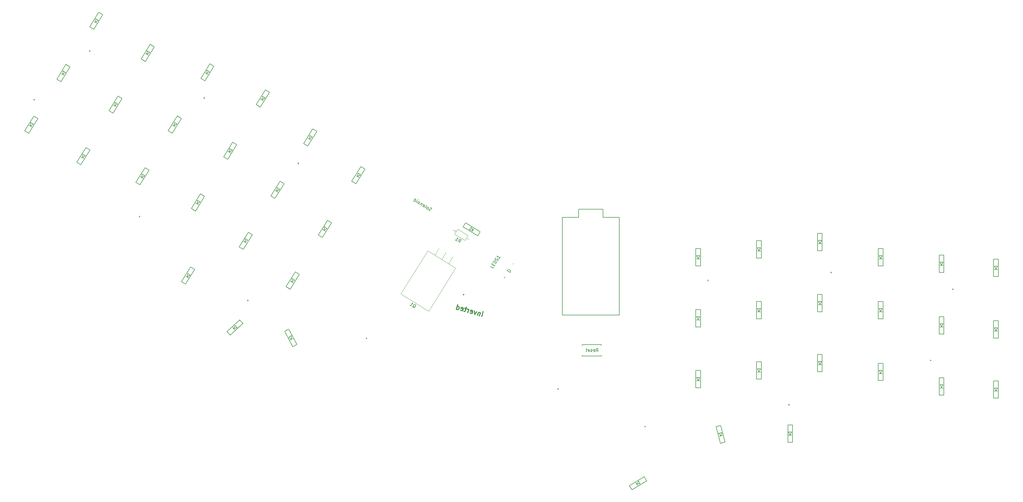
<source format=gbr>
G04 #@! TF.GenerationSoftware,KiCad,Pcbnew,(5.1.5)-3*
G04 #@! TF.CreationDate,2020-10-24T16:29:20+02:00*
G04 #@! TF.ProjectId,aegis,61656769-732e-46b6-9963-61645f706362,rev?*
G04 #@! TF.SameCoordinates,Original*
G04 #@! TF.FileFunction,Legend,Bot*
G04 #@! TF.FilePolarity,Positive*
%FSLAX46Y46*%
G04 Gerber Fmt 4.6, Leading zero omitted, Abs format (unit mm)*
G04 Created by KiCad (PCBNEW (5.1.5)-3) date 2020-10-24 16:29:20*
%MOMM*%
%LPD*%
G04 APERTURE LIST*
%ADD10C,0.150000*%
%ADD11C,0.300000*%
%ADD12C,0.120000*%
%ADD13C,2.102000*%
%ADD14O,1.832000X2.132000*%
%ADD15R,1.832000X2.132000*%
%ADD16C,1.832000*%
%ADD17C,0.100000*%
%ADD18C,1.102000*%
%ADD19C,1.499000*%
%ADD20R,1.499000X1.499000*%
%ADD21R,1.052000X1.402000*%
%ADD22R,1.902000X0.922000*%
%ADD23C,2.007000*%
%ADD24C,3.602000*%
%ADD25C,1.502000*%
%ADD26C,1.502000*%
%ADD27C,1.702000*%
%ADD28R,1.702000X1.702000*%
%ADD29C,2.352000*%
%ADD30C,4.089800*%
%ADD31C,1.852000*%
G04 APERTURE END LIST*
D10*
X127269092Y-85145729D02*
X127122114Y-85112970D01*
X126918027Y-84990342D01*
X126860917Y-84900473D01*
X126844626Y-84835130D01*
X126852859Y-84728969D01*
X126901911Y-84647334D01*
X126991779Y-84590225D01*
X127057122Y-84573933D01*
X127163283Y-84582167D01*
X127351079Y-84639452D01*
X127457239Y-84647686D01*
X127522582Y-84631394D01*
X127612451Y-84574284D01*
X127661502Y-84492649D01*
X127669736Y-84386489D01*
X127653444Y-84321146D01*
X127596335Y-84231277D01*
X127392247Y-84108649D01*
X127245269Y-84075889D01*
X126264947Y-84597932D02*
X126371108Y-84606166D01*
X126436451Y-84589874D01*
X126526319Y-84532764D01*
X126673473Y-84287859D01*
X126681707Y-84181699D01*
X126665415Y-84116356D01*
X126608306Y-84026487D01*
X126485853Y-83952910D01*
X126379693Y-83944676D01*
X126314349Y-83960968D01*
X126224481Y-84018077D01*
X126077327Y-84262982D01*
X126069093Y-84369143D01*
X126085385Y-84434486D01*
X126142494Y-84524355D01*
X126264947Y-84597932D01*
X125489415Y-84131945D02*
X125595575Y-84140179D01*
X125685444Y-84083069D01*
X126126905Y-83348354D01*
X124860860Y-83698717D02*
X124917970Y-83788586D01*
X125081240Y-83886689D01*
X125187400Y-83894922D01*
X125277269Y-83837813D01*
X125473474Y-83511273D01*
X125481708Y-83405113D01*
X125424598Y-83315244D01*
X125261328Y-83217141D01*
X125155168Y-83208908D01*
X125065299Y-83266017D01*
X125016248Y-83347652D01*
X125375372Y-83674543D01*
X124771519Y-82922834D02*
X124428160Y-83494279D01*
X124722467Y-83004469D02*
X124706175Y-82939126D01*
X124649066Y-82849257D01*
X124526614Y-82775680D01*
X124420453Y-82767446D01*
X124330584Y-82824556D01*
X124060802Y-83273548D01*
X123530175Y-82954715D02*
X123636336Y-82962949D01*
X123701679Y-82946657D01*
X123791548Y-82889548D01*
X123938701Y-82644643D01*
X123946935Y-82538482D01*
X123930643Y-82473139D01*
X123873534Y-82383270D01*
X123751081Y-82309693D01*
X123644921Y-82301460D01*
X123579578Y-82317751D01*
X123489709Y-82374861D01*
X123342555Y-82619766D01*
X123334321Y-82725926D01*
X123350613Y-82791269D01*
X123407723Y-82881138D01*
X123530175Y-82954715D01*
X122877095Y-82562305D02*
X123220454Y-81990860D01*
X123392133Y-81705138D02*
X123408425Y-81770481D01*
X123343082Y-81786773D01*
X123326790Y-81721430D01*
X123392133Y-81705138D01*
X123343082Y-81786773D01*
X122101563Y-82096318D02*
X122616601Y-81239151D01*
X122126089Y-82055501D02*
X122183198Y-82145369D01*
X122346468Y-82243472D01*
X122452628Y-82251706D01*
X122517972Y-82235414D01*
X122607840Y-82178305D01*
X122754994Y-81933400D01*
X122763228Y-81827239D01*
X122746936Y-81761896D01*
X122689827Y-81672027D01*
X122526557Y-81573925D01*
X122420396Y-81565691D01*
D11*
X143292837Y-118104438D02*
X143568474Y-117143177D01*
X143706293Y-116662546D02*
X143755266Y-116750896D01*
X143666916Y-116799869D01*
X143617943Y-116711519D01*
X143706293Y-116662546D01*
X143666916Y-116799869D01*
X142881859Y-116946293D02*
X142606221Y-117907554D01*
X142842482Y-117083616D02*
X142793509Y-116995266D01*
X142675874Y-116887228D01*
X142469890Y-116828162D01*
X142312878Y-116857447D01*
X142204840Y-116975082D01*
X141988268Y-117730359D01*
X141714612Y-116611590D02*
X141095667Y-117474410D01*
X141027997Y-116414706D01*
X139673463Y-116992292D02*
X139791098Y-117100331D01*
X140065744Y-117179084D01*
X140222756Y-117149799D01*
X140330794Y-117032165D01*
X140488301Y-116482872D01*
X140459016Y-116325861D01*
X140341381Y-116217823D01*
X140066735Y-116139069D01*
X139909724Y-116168354D01*
X139801685Y-116285989D01*
X139762309Y-116423312D01*
X140409547Y-116757519D01*
X138967159Y-116864070D02*
X139242797Y-115902808D01*
X139164043Y-116177455D02*
X139134758Y-116020443D01*
X139085785Y-115932093D01*
X138968150Y-115824055D01*
X138830827Y-115784678D01*
X138556181Y-115705925D02*
X138006889Y-115548418D01*
X138488015Y-115166229D02*
X138133624Y-116402136D01*
X138025586Y-116519771D01*
X137868575Y-116549056D01*
X137731251Y-116509679D01*
X136721017Y-116145692D02*
X136838651Y-116253730D01*
X137113298Y-116332484D01*
X137270309Y-116303199D01*
X137378347Y-116185564D01*
X137535854Y-115636272D01*
X137506570Y-115479260D01*
X137388935Y-115371222D01*
X137114289Y-115292469D01*
X136957277Y-115321753D01*
X136849239Y-115439388D01*
X136809862Y-115576711D01*
X137457101Y-115910918D01*
X135396759Y-115840274D02*
X135810215Y-114398382D01*
X135416447Y-115771613D02*
X135534082Y-115879651D01*
X135808728Y-115958405D01*
X135965740Y-115929120D01*
X136054089Y-115880147D01*
X136162128Y-115762512D01*
X136280258Y-115350543D01*
X136250973Y-115193531D01*
X136202000Y-115105181D01*
X136084365Y-114997143D01*
X135809719Y-114918389D01*
X135652708Y-114947674D01*
D10*
X180630812Y-130148109D02*
X180630812Y-130398109D01*
X180630812Y-130398109D02*
X174630812Y-130398109D01*
X174630812Y-130398109D02*
X174630812Y-130148109D01*
X174630812Y-127148109D02*
X174630812Y-126898109D01*
X174630812Y-126898109D02*
X180630812Y-126898109D01*
X180630812Y-126898109D02*
X180630812Y-127148109D01*
D12*
X150157636Y-105700084D02*
X150720015Y-106065298D01*
X150531792Y-105646261D02*
X150255116Y-106072306D01*
X152975458Y-101818055D02*
X153230001Y-101426094D01*
D10*
X77025487Y-48174881D02*
X75753415Y-47380002D01*
X74163923Y-52754340D02*
X77025487Y-48174881D01*
X72891851Y-51959461D02*
X74163923Y-52754340D01*
X75753415Y-47380002D02*
X72891851Y-51959461D01*
X74269685Y-50226235D02*
X75117733Y-50756155D01*
X75647653Y-49908107D02*
X74746701Y-50406390D01*
X74799605Y-49378187D02*
X75647653Y-49908107D01*
X74746701Y-50406390D02*
X74799605Y-49378187D01*
X106866682Y-72128035D02*
X105594610Y-71333156D01*
X104005118Y-76707494D02*
X106866682Y-72128035D01*
X102733046Y-75912615D02*
X104005118Y-76707494D01*
X105594610Y-71333156D02*
X102733046Y-75912615D01*
X104110880Y-74179389D02*
X104958928Y-74709309D01*
X105488848Y-73861261D02*
X104587896Y-74359544D01*
X104640800Y-73331341D02*
X105488848Y-73861261D01*
X104587896Y-74359544D02*
X104640800Y-73331341D01*
X91813602Y-60363476D02*
X90541530Y-59568597D01*
X88952038Y-64942935D02*
X91813602Y-60363476D01*
X87679966Y-64148056D02*
X88952038Y-64942935D01*
X90541530Y-59568597D02*
X87679966Y-64148056D01*
X89057800Y-62414830D02*
X89905848Y-62944750D01*
X90435768Y-62096702D02*
X89534816Y-62594985D01*
X89587720Y-61566782D02*
X90435768Y-62096702D01*
X89534816Y-62594985D02*
X89587720Y-61566782D01*
X138265403Y-88833600D02*
X137470524Y-90105672D01*
X142844862Y-91695164D02*
X138265403Y-88833600D01*
X142049983Y-92967236D02*
X142844862Y-91695164D01*
X137470524Y-90105672D02*
X142049983Y-92967236D01*
X140316757Y-91589402D02*
X140846677Y-90741354D01*
X139998629Y-90211434D02*
X140496912Y-91112386D01*
X139468709Y-91059482D02*
X139998629Y-90211434D01*
X140496912Y-91112386D02*
X139468709Y-91059482D01*
X240380805Y-151948111D02*
X238880805Y-151948111D01*
X240380805Y-157348111D02*
X240380805Y-151948111D01*
X238880805Y-157348111D02*
X240380805Y-157348111D01*
X238880805Y-151948111D02*
X238880805Y-157348111D01*
X239130805Y-155148111D02*
X240130805Y-155148111D01*
X240130805Y-154148111D02*
X239630805Y-155048111D01*
X239130805Y-154148111D02*
X240130805Y-154148111D01*
X239630805Y-155048111D02*
X239130805Y-154148111D01*
X217906451Y-152096006D02*
X216457562Y-152484235D01*
X219304074Y-157312005D02*
X217906451Y-152096006D01*
X217855185Y-157700234D02*
X219304074Y-157312005D01*
X216457562Y-152484235D02*
X217855185Y-157700234D01*
X217527265Y-155510492D02*
X218493190Y-155251673D01*
X218234371Y-154285748D02*
X217984346Y-155284490D01*
X217268446Y-154544567D02*
X218234371Y-154285748D01*
X217984346Y-155284490D02*
X217268446Y-154544567D01*
X194831422Y-169400368D02*
X194058865Y-168114617D01*
X190202719Y-172181573D02*
X194831422Y-169400368D01*
X189430162Y-170895822D02*
X190202719Y-172181573D01*
X194058865Y-168114617D02*
X189430162Y-170895822D01*
X191444689Y-169977030D02*
X191959727Y-170834198D01*
X192816895Y-170319160D02*
X191787925Y-170354110D01*
X192301857Y-169461992D02*
X192816895Y-170319160D01*
X191787925Y-170354110D02*
X192301857Y-169461992D01*
X83078799Y-122060155D02*
X81754378Y-122764362D01*
X85613946Y-126828072D02*
X83078799Y-122060155D01*
X84289525Y-127532279D02*
X85613946Y-126828072D01*
X81754378Y-122764362D02*
X84289525Y-127532279D01*
X83477424Y-125472427D02*
X84360372Y-125002955D01*
X83890900Y-124120007D02*
X83871951Y-125149396D01*
X83007952Y-124589479D02*
X83890900Y-124120007D01*
X83871951Y-125149396D02*
X83007952Y-124589479D01*
X68733065Y-120271969D02*
X67710067Y-119174938D01*
X64783755Y-123954760D02*
X68733065Y-120271969D01*
X63760757Y-122857729D02*
X64783755Y-123954760D01*
X67710067Y-119174938D02*
X63760757Y-122857729D01*
X65540235Y-121540171D02*
X66222233Y-122271525D01*
X66953587Y-121589527D02*
X65954370Y-121837648D01*
X66271589Y-120858173D02*
X66953587Y-121589527D01*
X65954370Y-121837648D02*
X66271589Y-120858173D01*
X53684229Y-103455962D02*
X52412157Y-102661083D01*
X50822665Y-108035421D02*
X53684229Y-103455962D01*
X49550593Y-107240542D02*
X50822665Y-108035421D01*
X52412157Y-102661083D02*
X49550593Y-107240542D01*
X50928427Y-105507316D02*
X51776475Y-106037236D01*
X52306395Y-105189188D02*
X51405443Y-105687471D01*
X51458347Y-104659268D02*
X52306395Y-105189188D01*
X51405443Y-105687471D02*
X51458347Y-104659268D01*
X304630807Y-138198111D02*
X303130807Y-138198111D01*
X304630807Y-143598111D02*
X304630807Y-138198111D01*
X303130807Y-143598111D02*
X304630807Y-143598111D01*
X303130807Y-138198111D02*
X303130807Y-143598111D01*
X303380807Y-141398111D02*
X304380807Y-141398111D01*
X304380807Y-140398111D02*
X303880807Y-141298111D01*
X303380807Y-140398111D02*
X304380807Y-140398111D01*
X303880807Y-141298111D02*
X303380807Y-140398111D01*
X304630797Y-119448106D02*
X303130797Y-119448106D01*
X304630797Y-124848106D02*
X304630797Y-119448106D01*
X303130797Y-124848106D02*
X304630797Y-124848106D01*
X303130797Y-119448106D02*
X303130797Y-124848106D01*
X303380797Y-122648106D02*
X304380797Y-122648106D01*
X304380797Y-121648106D02*
X303880797Y-122548106D01*
X303380797Y-121648106D02*
X304380797Y-121648106D01*
X303880797Y-122548106D02*
X303380797Y-121648106D01*
X304630787Y-100198093D02*
X303130787Y-100198093D01*
X304630787Y-105598093D02*
X304630787Y-100198093D01*
X303130787Y-105598093D02*
X304630787Y-105598093D01*
X303130787Y-100198093D02*
X303130787Y-105598093D01*
X303380787Y-103398093D02*
X304380787Y-103398093D01*
X304380787Y-102398093D02*
X303880787Y-103298093D01*
X303380787Y-102398093D02*
X304380787Y-102398093D01*
X303880787Y-103298093D02*
X303380787Y-102398093D01*
X287630798Y-137198125D02*
X286130798Y-137198125D01*
X287630798Y-142598125D02*
X287630798Y-137198125D01*
X286130798Y-142598125D02*
X287630798Y-142598125D01*
X286130798Y-137198125D02*
X286130798Y-142598125D01*
X286380798Y-140398125D02*
X287380798Y-140398125D01*
X287380798Y-139398125D02*
X286880798Y-140298125D01*
X286380798Y-139398125D02*
X287380798Y-139398125D01*
X286880798Y-140298125D02*
X286380798Y-139398125D01*
X287630795Y-118198108D02*
X286130795Y-118198108D01*
X287630795Y-123598108D02*
X287630795Y-118198108D01*
X286130795Y-123598108D02*
X287630795Y-123598108D01*
X286130795Y-118198108D02*
X286130795Y-123598108D01*
X286380795Y-121398108D02*
X287380795Y-121398108D01*
X287380795Y-120398108D02*
X286880795Y-121298108D01*
X286380795Y-120398108D02*
X287380795Y-120398108D01*
X286880795Y-121298108D02*
X286380795Y-120398108D01*
X287630808Y-98948119D02*
X286130808Y-98948119D01*
X287630808Y-104348119D02*
X287630808Y-98948119D01*
X286130808Y-104348119D02*
X287630808Y-104348119D01*
X286130808Y-98948119D02*
X286130808Y-104348119D01*
X286380808Y-102148119D02*
X287380808Y-102148119D01*
X287380808Y-101148119D02*
X286880808Y-102048119D01*
X286380808Y-101148119D02*
X287380808Y-101148119D01*
X286880808Y-102048119D02*
X286380808Y-101148119D01*
X268630794Y-132698117D02*
X267130794Y-132698117D01*
X268630794Y-138098117D02*
X268630794Y-132698117D01*
X267130794Y-138098117D02*
X268630794Y-138098117D01*
X267130794Y-132698117D02*
X267130794Y-138098117D01*
X267380794Y-135898117D02*
X268380794Y-135898117D01*
X268380794Y-134898117D02*
X267880794Y-135798117D01*
X267380794Y-134898117D02*
X268380794Y-134898117D01*
X267880794Y-135798117D02*
X267380794Y-134898117D01*
X268630795Y-113448109D02*
X267130795Y-113448109D01*
X268630795Y-118848109D02*
X268630795Y-113448109D01*
X267130795Y-118848109D02*
X268630795Y-118848109D01*
X267130795Y-113448109D02*
X267130795Y-118848109D01*
X267380795Y-116648109D02*
X268380795Y-116648109D01*
X268380795Y-115648109D02*
X267880795Y-116548109D01*
X267380795Y-115648109D02*
X268380795Y-115648109D01*
X267880795Y-116548109D02*
X267380795Y-115648109D01*
X268630817Y-96948100D02*
X267130817Y-96948100D01*
X268630817Y-102348100D02*
X268630817Y-96948100D01*
X267130817Y-102348100D02*
X268630817Y-102348100D01*
X267130817Y-96948100D02*
X267130817Y-102348100D01*
X267380817Y-100148100D02*
X268380817Y-100148100D01*
X268380817Y-99148100D02*
X267880817Y-100048100D01*
X267380817Y-99148100D02*
X268380817Y-99148100D01*
X267880817Y-100048100D02*
X267380817Y-99148100D01*
X249630789Y-129948113D02*
X248130789Y-129948113D01*
X249630789Y-135348113D02*
X249630789Y-129948113D01*
X248130789Y-135348113D02*
X249630789Y-135348113D01*
X248130789Y-129948113D02*
X248130789Y-135348113D01*
X248380789Y-133148113D02*
X249380789Y-133148113D01*
X249380789Y-132148113D02*
X248880789Y-133048113D01*
X248380789Y-132148113D02*
X249380789Y-132148113D01*
X248880789Y-133048113D02*
X248380789Y-132148113D01*
X249630785Y-111198105D02*
X248130785Y-111198105D01*
X249630785Y-116598105D02*
X249630785Y-111198105D01*
X248130785Y-116598105D02*
X249630785Y-116598105D01*
X248130785Y-111198105D02*
X248130785Y-116598105D01*
X248380785Y-114398105D02*
X249380785Y-114398105D01*
X249380785Y-113398105D02*
X248880785Y-114298105D01*
X248380785Y-113398105D02*
X249380785Y-113398105D01*
X248880785Y-114298105D02*
X248380785Y-113398105D01*
X249630801Y-92198100D02*
X248130801Y-92198100D01*
X249630801Y-97598100D02*
X249630801Y-92198100D01*
X248130801Y-97598100D02*
X249630801Y-97598100D01*
X248130801Y-92198100D02*
X248130801Y-97598100D01*
X248380801Y-95398100D02*
X249380801Y-95398100D01*
X249380801Y-94398100D02*
X248880801Y-95298100D01*
X248380801Y-94398100D02*
X249380801Y-94398100D01*
X248880801Y-95298100D02*
X248380801Y-94398100D01*
X230630805Y-132198097D02*
X229130805Y-132198097D01*
X230630805Y-137598097D02*
X230630805Y-132198097D01*
X229130805Y-137598097D02*
X230630805Y-137598097D01*
X229130805Y-132198097D02*
X229130805Y-137598097D01*
X229380805Y-135398097D02*
X230380805Y-135398097D01*
X230380805Y-134398097D02*
X229880805Y-135298097D01*
X229380805Y-134398097D02*
X230380805Y-134398097D01*
X229880805Y-135298097D02*
X229380805Y-134398097D01*
X230630800Y-113448110D02*
X229130800Y-113448110D01*
X230630800Y-118848110D02*
X230630800Y-113448110D01*
X229130800Y-118848110D02*
X230630800Y-118848110D01*
X229130800Y-113448110D02*
X229130800Y-118848110D01*
X229380800Y-116648110D02*
X230380800Y-116648110D01*
X230380800Y-115648110D02*
X229880800Y-116548110D01*
X229380800Y-115648110D02*
X230380800Y-115648110D01*
X229880800Y-116548110D02*
X229380800Y-115648110D01*
X230630802Y-94448108D02*
X229130802Y-94448108D01*
X230630802Y-99848108D02*
X230630802Y-94448108D01*
X229130802Y-99848108D02*
X230630802Y-99848108D01*
X229130802Y-94448108D02*
X229130802Y-99848108D01*
X229380802Y-97648108D02*
X230380802Y-97648108D01*
X230380802Y-96648108D02*
X229880802Y-97548108D01*
X229380802Y-96648108D02*
X230380802Y-96648108D01*
X229880802Y-97548108D02*
X229380802Y-96648108D01*
X211630815Y-134948108D02*
X210130815Y-134948108D01*
X211630815Y-140348108D02*
X211630815Y-134948108D01*
X210130815Y-140348108D02*
X211630815Y-140348108D01*
X210130815Y-134948108D02*
X210130815Y-140348108D01*
X210380815Y-138148108D02*
X211380815Y-138148108D01*
X211380815Y-137148108D02*
X210880815Y-138048108D01*
X210380815Y-137148108D02*
X211380815Y-137148108D01*
X210880815Y-138048108D02*
X210380815Y-137148108D01*
X211630800Y-115948105D02*
X210130800Y-115948105D01*
X211630800Y-121348105D02*
X211630800Y-115948105D01*
X210130800Y-121348105D02*
X211630800Y-121348105D01*
X210130800Y-115948105D02*
X210130800Y-121348105D01*
X210380800Y-119148105D02*
X211380800Y-119148105D01*
X211380800Y-118148105D02*
X210880800Y-119048105D01*
X210380800Y-118148105D02*
X211380800Y-118148105D01*
X210880800Y-119048105D02*
X210380800Y-118148105D01*
X211630791Y-96948111D02*
X210130791Y-96948111D01*
X211630791Y-102348111D02*
X211630791Y-96948111D01*
X210130791Y-102348111D02*
X211630791Y-102348111D01*
X210130791Y-96948111D02*
X210130791Y-102348111D01*
X210380791Y-100148111D02*
X211380791Y-100148111D01*
X211380791Y-99148111D02*
X210880791Y-100048111D01*
X210380791Y-99148111D02*
X211380791Y-99148111D01*
X210880791Y-100048111D02*
X210380791Y-99148111D01*
X86332327Y-104989912D02*
X85060255Y-104195033D01*
X83470763Y-109569371D02*
X86332327Y-104989912D01*
X82198691Y-108774492D02*
X83470763Y-109569371D01*
X85060255Y-104195033D02*
X82198691Y-108774492D01*
X83576525Y-107041266D02*
X84424573Y-107571186D01*
X84954493Y-106723138D02*
X84053541Y-107221421D01*
X84106445Y-106193218D02*
X84954493Y-106723138D01*
X84053541Y-107221421D02*
X84106445Y-106193218D01*
X96400759Y-88876989D02*
X95128687Y-88082110D01*
X93539195Y-93456448D02*
X96400759Y-88876989D01*
X92267123Y-92661569D02*
X93539195Y-93456448D01*
X95128687Y-88082110D02*
X92267123Y-92661569D01*
X93644957Y-90928343D02*
X94493005Y-91458263D01*
X95022925Y-90610215D02*
X94121973Y-91108498D01*
X94174877Y-90080295D02*
X95022925Y-90610215D01*
X94121973Y-91108498D02*
X94174877Y-90080295D01*
X71676668Y-92589289D02*
X70404596Y-91794410D01*
X68815104Y-97168748D02*
X71676668Y-92589289D01*
X67543032Y-96373869D02*
X68815104Y-97168748D01*
X70404596Y-91794410D02*
X67543032Y-96373869D01*
X68920866Y-94640643D02*
X69768914Y-95170563D01*
X70298834Y-94322515D02*
X69397882Y-94820798D01*
X69450786Y-93792595D02*
X70298834Y-94322515D01*
X69397882Y-94820798D02*
X69450786Y-93792595D01*
X81612662Y-76688396D02*
X80340590Y-75893517D01*
X78751098Y-81267855D02*
X81612662Y-76688396D01*
X77479026Y-80472976D02*
X78751098Y-81267855D01*
X80340590Y-75893517D02*
X77479026Y-80472976D01*
X78856860Y-78739750D02*
X79704908Y-79269670D01*
X80234828Y-78421622D02*
X79333876Y-78919905D01*
X79386780Y-77891702D02*
X80234828Y-78421622D01*
X79333876Y-78919905D02*
X79386780Y-77891702D01*
X56756077Y-80612714D02*
X55484005Y-79817835D01*
X53894513Y-85192173D02*
X56756077Y-80612714D01*
X52622441Y-84397294D02*
X53894513Y-85192173D01*
X55484005Y-79817835D02*
X52622441Y-84397294D01*
X54000275Y-82664068D02*
X54848323Y-83193988D01*
X55378243Y-82345940D02*
X54477291Y-82844223D01*
X54530195Y-81816020D02*
X55378243Y-82345940D01*
X54477291Y-82844223D02*
X54530195Y-81816020D01*
X66824534Y-64499812D02*
X65552462Y-63704933D01*
X63962970Y-69079271D02*
X66824534Y-64499812D01*
X62690898Y-68284392D02*
X63962970Y-69079271D01*
X65552462Y-63704933D02*
X62690898Y-68284392D01*
X64068732Y-66551166D02*
X64916780Y-67081086D01*
X65446700Y-66233038D02*
X64545748Y-66731321D01*
X64598652Y-65703118D02*
X65446700Y-66233038D01*
X64545748Y-66731321D02*
X64598652Y-65703118D01*
X39450841Y-72452380D02*
X38178769Y-71657501D01*
X36589277Y-77031839D02*
X39450841Y-72452380D01*
X35317205Y-76236960D02*
X36589277Y-77031839D01*
X38178769Y-71657501D02*
X35317205Y-76236960D01*
X36695039Y-74503734D02*
X37543087Y-75033654D01*
X38073007Y-74185606D02*
X37172055Y-74683889D01*
X37224959Y-73655686D02*
X38073007Y-74185606D01*
X37172055Y-74683889D02*
X37224959Y-73655686D01*
X49519303Y-56339446D02*
X48247231Y-55544567D01*
X46657739Y-60918905D02*
X49519303Y-56339446D01*
X45385667Y-60124026D02*
X46657739Y-60918905D01*
X48247231Y-55544567D02*
X45385667Y-60124026D01*
X46763501Y-58390800D02*
X47611549Y-58920720D01*
X48141469Y-58072672D02*
X47240517Y-58570955D01*
X47293421Y-57542752D02*
X48141469Y-58072672D01*
X47240517Y-58570955D02*
X47293421Y-57542752D01*
X59720258Y-40014537D02*
X58448186Y-39219658D01*
X56858694Y-44593996D02*
X59720258Y-40014537D01*
X55586622Y-43799117D02*
X56858694Y-44593996D01*
X58448186Y-39219658D02*
X55586622Y-43799117D01*
X56964456Y-42065891D02*
X57812504Y-42595811D01*
X58342424Y-41747763D02*
X57441472Y-42246046D01*
X57494376Y-41217843D02*
X58342424Y-41747763D01*
X57441472Y-42246046D02*
X57494376Y-41217843D01*
X20953291Y-66200128D02*
X19681219Y-65405249D01*
X18091727Y-70779587D02*
X20953291Y-66200128D01*
X16819655Y-69984708D02*
X18091727Y-70779587D01*
X19681219Y-65405249D02*
X16819655Y-69984708D01*
X18197489Y-68251482D02*
X19045537Y-68781402D01*
X19575457Y-67933354D02*
X18674505Y-68431637D01*
X18727409Y-67403434D02*
X19575457Y-67933354D01*
X18674505Y-68431637D02*
X18727409Y-67403434D01*
X31021770Y-50087209D02*
X29749698Y-49292330D01*
X28160206Y-54666668D02*
X31021770Y-50087209D01*
X26888134Y-53871789D02*
X28160206Y-54666668D01*
X29749698Y-49292330D02*
X26888134Y-53871789D01*
X28265968Y-52138563D02*
X29114016Y-52668483D01*
X29643936Y-51820435D02*
X28742984Y-52318718D01*
X28795888Y-51290515D02*
X29643936Y-51820435D01*
X28742984Y-52318718D02*
X28795888Y-51290515D01*
X41090223Y-33974297D02*
X39818151Y-33179418D01*
X38228659Y-38553756D02*
X41090223Y-33974297D01*
X36956587Y-37758877D02*
X38228659Y-38553756D01*
X39818151Y-33179418D02*
X36956587Y-37758877D01*
X38334421Y-36025651D02*
X39182469Y-36555571D01*
X39712389Y-35707523D02*
X38811437Y-36205806D01*
X38864341Y-35177603D02*
X39712389Y-35707523D01*
X38811437Y-36205806D02*
X38864341Y-35177603D01*
X4694643Y-56364843D02*
X3422571Y-55569964D01*
X1833079Y-60944302D02*
X4694643Y-56364843D01*
X561007Y-60149423D02*
X1833079Y-60944302D01*
X3422571Y-55569964D02*
X561007Y-60149423D01*
X1938841Y-58416197D02*
X2786889Y-58946117D01*
X3316809Y-58098069D02*
X2415857Y-58596352D01*
X2468761Y-57568149D02*
X3316809Y-58098069D01*
X2415857Y-58596352D02*
X2468761Y-57568149D01*
X14763122Y-40251958D02*
X13491050Y-39457079D01*
X11901558Y-44831417D02*
X14763122Y-40251958D01*
X10629486Y-44036538D02*
X11901558Y-44831417D01*
X13491050Y-39457079D02*
X10629486Y-44036538D01*
X12007320Y-42303312D02*
X12855368Y-42833232D01*
X13385288Y-41985184D02*
X12484336Y-42483467D01*
X12537240Y-41455264D02*
X13385288Y-41985184D01*
X12484336Y-42483467D02*
X12537240Y-41455264D01*
X25006458Y-23953522D02*
X23734386Y-23158643D01*
X22144894Y-28532981D02*
X25006458Y-23953522D01*
X20872822Y-27738102D02*
X22144894Y-28532981D01*
X23734386Y-23158643D02*
X20872822Y-27738102D01*
X22250656Y-26004876D02*
X23098704Y-26534796D01*
X23628624Y-25686748D02*
X22727672Y-26185031D01*
X22780576Y-25156828D02*
X23628624Y-25686748D01*
X22727672Y-26185031D02*
X22780576Y-25156828D01*
X137870758Y-111233334D02*
X137582379Y-111150643D01*
X137499688Y-111439021D02*
X137870758Y-111233334D01*
X137582379Y-111150643D02*
X137499688Y-111439021D01*
X213742523Y-106740480D02*
X214042523Y-106740480D01*
X214042523Y-107040480D02*
X213742523Y-106740480D01*
X252242506Y-104240479D02*
X252542506Y-104240479D01*
X252542506Y-104540479D02*
X252242506Y-104240479D01*
X290242515Y-109490478D02*
X290542515Y-109490478D01*
X290542515Y-109790478D02*
X290242515Y-109490478D01*
X283634527Y-131916815D02*
X283334527Y-131916815D01*
X283334527Y-131616815D02*
X283634527Y-131916815D01*
X239399494Y-145728117D02*
X239099494Y-145728117D01*
X239099494Y-145428117D02*
X239399494Y-145728117D01*
X194497657Y-152552252D02*
X194197657Y-152552252D01*
X194197657Y-152252252D02*
X194497657Y-152552252D01*
X167275125Y-140872306D02*
X166986746Y-140789615D01*
X167069437Y-140501236D02*
X167275125Y-140872306D01*
X107229677Y-124616827D02*
X107435365Y-124987897D01*
X107435365Y-124987897D02*
X107146986Y-124905206D01*
X70337768Y-113219172D02*
X70083354Y-113060197D01*
X70242330Y-112805782D02*
X70337768Y-113219172D01*
X36533877Y-87066820D02*
X36279463Y-86907845D01*
X36438439Y-86653430D02*
X36533877Y-87066820D01*
X3631503Y-50606063D02*
X3377089Y-50447088D01*
X3536065Y-50192673D02*
X3631503Y-50606063D01*
X20849736Y-35128473D02*
X21104150Y-35287448D01*
X20945174Y-35541863D02*
X20849736Y-35128473D01*
X56520027Y-49753086D02*
X56774441Y-49912061D01*
X56615465Y-50166476D02*
X56520027Y-49753086D01*
X85910383Y-70181809D02*
X86164797Y-70340784D01*
X86005821Y-70595199D02*
X85910383Y-70181809D01*
D12*
X132957593Y-101630392D02*
X134303588Y-99476350D01*
X130803551Y-100284397D02*
X132149546Y-98130355D01*
X128649509Y-98938402D02*
X129995504Y-96784360D01*
X126725140Y-116473068D02*
X135145557Y-102997584D01*
X118041128Y-111046695D02*
X126461545Y-97571211D01*
X118041128Y-111046695D02*
X126725140Y-116473068D01*
X126461545Y-97571211D02*
X135145557Y-102997584D01*
X139392744Y-94083005D02*
X138578435Y-93593719D01*
X134472603Y-91126687D02*
X135286912Y-91615973D01*
X138104600Y-94382313D02*
X134813077Y-92404567D01*
X139052270Y-92805125D02*
X138104600Y-94382313D01*
X135760747Y-90827379D02*
X139052270Y-92805125D01*
X134813077Y-92404567D02*
X135760747Y-90827379D01*
D10*
X186270806Y-87158102D02*
X186270806Y-117638102D01*
X181190806Y-87158102D02*
X186270806Y-87158102D01*
X181190806Y-84618102D02*
X181190806Y-87158102D01*
X173570806Y-84618102D02*
X181190806Y-84618102D01*
X173570806Y-87158102D02*
X173570806Y-84618102D01*
X168490806Y-87158102D02*
X173570806Y-87158102D01*
X168490806Y-117638102D02*
X168490806Y-87158102D01*
X186270806Y-117638102D02*
X168490806Y-117638102D01*
X178995907Y-129100489D02*
X179329240Y-128624299D01*
X179567335Y-129100489D02*
X179567335Y-128100489D01*
X179186383Y-128100489D01*
X179091145Y-128148109D01*
X179043526Y-128195728D01*
X178995907Y-128290966D01*
X178995907Y-128433823D01*
X179043526Y-128529061D01*
X179091145Y-128576680D01*
X179186383Y-128624299D01*
X179567335Y-128624299D01*
X178186383Y-129052870D02*
X178281621Y-129100489D01*
X178472097Y-129100489D01*
X178567335Y-129052870D01*
X178614954Y-128957632D01*
X178614954Y-128576680D01*
X178567335Y-128481442D01*
X178472097Y-128433823D01*
X178281621Y-128433823D01*
X178186383Y-128481442D01*
X178138764Y-128576680D01*
X178138764Y-128671918D01*
X178614954Y-128767156D01*
X177757812Y-129052870D02*
X177662573Y-129100489D01*
X177472097Y-129100489D01*
X177376859Y-129052870D01*
X177329240Y-128957632D01*
X177329240Y-128910013D01*
X177376859Y-128814775D01*
X177472097Y-128767156D01*
X177614954Y-128767156D01*
X177710192Y-128719537D01*
X177757812Y-128624299D01*
X177757812Y-128576680D01*
X177710192Y-128481442D01*
X177614954Y-128433823D01*
X177472097Y-128433823D01*
X177376859Y-128481442D01*
X176519716Y-129052870D02*
X176614954Y-129100489D01*
X176805431Y-129100489D01*
X176900669Y-129052870D01*
X176948288Y-128957632D01*
X176948288Y-128576680D01*
X176900669Y-128481442D01*
X176805431Y-128433823D01*
X176614954Y-128433823D01*
X176519716Y-128481442D01*
X176472097Y-128576680D01*
X176472097Y-128671918D01*
X176948288Y-128767156D01*
X176186383Y-128433823D02*
X175805431Y-128433823D01*
X176043526Y-128100489D02*
X176043526Y-128957632D01*
X175995907Y-129052870D01*
X175900669Y-129100489D01*
X175805431Y-129100489D01*
X147038458Y-102638062D02*
X146779106Y-103037429D01*
X145940436Y-102492790D01*
X146780701Y-102073218D02*
X146962247Y-101793661D01*
X147479356Y-101959138D02*
X147220004Y-102358505D01*
X146381334Y-101813866D01*
X146640686Y-101414499D01*
X147712773Y-101599708D02*
X146874103Y-101055069D01*
X147003779Y-100855386D01*
X147121521Y-100761511D01*
X147253265Y-100733508D01*
X147359073Y-100745441D01*
X147544755Y-100809245D01*
X147664565Y-100887051D01*
X147798377Y-101030728D01*
X147852315Y-101122536D01*
X147880318Y-101254279D01*
X147842449Y-101400025D01*
X147712773Y-101599708D01*
X148191540Y-100775039D02*
X148309283Y-100681164D01*
X148438959Y-100481481D01*
X148450892Y-100375672D01*
X148436891Y-100309800D01*
X148382953Y-100217993D01*
X148303079Y-100166123D01*
X148197271Y-100154189D01*
X148131399Y-100168190D01*
X148039592Y-100222129D01*
X147895914Y-100355940D01*
X147804107Y-100409878D01*
X147738235Y-100423880D01*
X147632427Y-100411946D01*
X147552553Y-100360076D01*
X147498615Y-100268269D01*
X147484614Y-100202397D01*
X147496547Y-100096588D01*
X147626223Y-99896905D01*
X147743965Y-99803030D01*
X149061403Y-99523000D02*
X148750181Y-100002240D01*
X148905792Y-99762620D02*
X148067121Y-99217981D01*
X148135061Y-99375660D01*
X148163064Y-99507404D01*
X148151130Y-99613212D01*
X152154628Y-104323030D02*
X151315957Y-103778391D01*
X151445633Y-103578707D01*
X151563375Y-103484832D01*
X151695119Y-103456829D01*
X151800928Y-103468763D01*
X151986610Y-103532567D01*
X152106420Y-103610373D01*
X152240231Y-103754050D01*
X152294169Y-103845857D01*
X152322172Y-103977601D01*
X152284303Y-104123346D01*
X152154628Y-104323030D01*
X121643787Y-115122805D02*
X121749788Y-115132891D01*
X121881023Y-115102593D01*
X122077875Y-115057146D01*
X122183876Y-115067231D01*
X122264643Y-115117699D01*
X122098088Y-115294381D02*
X122204089Y-115304467D01*
X122335324Y-115274169D01*
X122476644Y-115137870D01*
X122653284Y-114855187D01*
X122713838Y-114668420D01*
X122683540Y-114537185D01*
X122628007Y-114446333D01*
X122466474Y-114345396D01*
X122360474Y-114335311D01*
X122229239Y-114365609D01*
X122087918Y-114501908D01*
X121911279Y-114784590D01*
X121850725Y-114971358D01*
X121881023Y-115102593D01*
X121936555Y-115193444D01*
X122098088Y-115294381D01*
X120926974Y-114562588D02*
X121411573Y-114865399D01*
X121169273Y-114713994D02*
X121699193Y-113865945D01*
X121704256Y-114037564D01*
X121734554Y-114168799D01*
X121790087Y-114259650D01*
X135853667Y-94724212D02*
X136384646Y-94487717D01*
X136343477Y-95018520D02*
X136858515Y-94161353D01*
X136531975Y-93965148D01*
X136425815Y-93956914D01*
X136360472Y-93973206D01*
X136270603Y-94030315D01*
X136197026Y-94152767D01*
X136188792Y-94258928D01*
X136205084Y-94324271D01*
X136262193Y-94414140D01*
X136588733Y-94610345D01*
X135037317Y-94233700D02*
X135527127Y-94528007D01*
X135282222Y-94380854D02*
X135797261Y-93523686D01*
X135805319Y-93695190D01*
X135837902Y-93825876D01*
X135895012Y-93915745D01*
%LPC*%
D13*
X180880812Y-128648109D03*
X174380812Y-128648109D03*
D14*
X181304623Y-120784859D03*
X178764623Y-120784859D03*
X176224623Y-120784859D03*
D15*
X173684623Y-120784859D03*
D16*
X151910338Y-100823498D02*
X151658736Y-100660106D01*
X150526955Y-102953721D02*
X150275353Y-102790329D01*
D17*
G36*
X150410683Y-104814611D02*
G01*
X149412904Y-106351055D01*
X147624859Y-105189885D01*
X148622638Y-103653441D01*
X150410683Y-104814611D01*
G37*
D18*
X120236459Y-80445568D02*
X120236459Y-80445568D01*
D17*
G36*
X121138191Y-80359305D02*
G01*
X122072740Y-80943276D01*
X121488769Y-81877825D01*
X120554220Y-81293854D01*
X121138191Y-80359305D01*
G37*
D19*
X76977661Y-46836108D03*
D17*
G36*
X73178115Y-54331021D02*
G01*
X71906890Y-53536672D01*
X72701239Y-52265447D01*
X73972464Y-53059796D01*
X73178115Y-54331021D01*
G37*
G36*
X74092662Y-52445675D02*
G01*
X73200515Y-51888200D01*
X73943462Y-50699237D01*
X74835609Y-51256712D01*
X74092662Y-52445675D01*
G37*
G36*
X75973876Y-49435105D02*
G01*
X75081729Y-48877630D01*
X75824676Y-47688667D01*
X76716823Y-48246142D01*
X75973876Y-49435105D01*
G37*
D19*
X106818856Y-70789262D03*
D17*
G36*
X103019310Y-78284175D02*
G01*
X101748085Y-77489826D01*
X102542434Y-76218601D01*
X103813659Y-77012950D01*
X103019310Y-78284175D01*
G37*
G36*
X103933857Y-76398829D02*
G01*
X103041710Y-75841354D01*
X103784657Y-74652391D01*
X104676804Y-75209866D01*
X103933857Y-76398829D01*
G37*
G36*
X105815071Y-73388259D02*
G01*
X104922924Y-72830784D01*
X105665871Y-71641821D01*
X106558018Y-72199296D01*
X105815071Y-73388259D01*
G37*
D19*
X91765776Y-59024703D03*
D17*
G36*
X87966230Y-66519616D02*
G01*
X86695005Y-65725267D01*
X87489354Y-64454042D01*
X88760579Y-65248391D01*
X87966230Y-66519616D01*
G37*
G36*
X88880777Y-64634270D02*
G01*
X87988630Y-64076795D01*
X88731577Y-62887832D01*
X89623724Y-63445307D01*
X88880777Y-64634270D01*
G37*
G36*
X90761991Y-61623700D02*
G01*
X89869844Y-61066225D01*
X90612791Y-59877262D01*
X91504938Y-60434737D01*
X90761991Y-61623700D01*
G37*
D19*
X136926630Y-88881426D03*
D17*
G36*
X144421543Y-92680972D02*
G01*
X143627194Y-93952197D01*
X142355969Y-93157848D01*
X143150318Y-91886623D01*
X144421543Y-92680972D01*
G37*
G36*
X142536197Y-91766425D02*
G01*
X141978722Y-92658572D01*
X140789759Y-91915625D01*
X141347234Y-91023478D01*
X142536197Y-91766425D01*
G37*
G36*
X139525627Y-89885211D02*
G01*
X138968152Y-90777358D01*
X137779189Y-90034411D01*
X138336664Y-89142264D01*
X139525627Y-89885211D01*
G37*
D19*
X239630805Y-150838111D03*
D20*
X239630805Y-158458111D03*
D21*
X239630805Y-156423111D03*
X239630805Y-152873111D03*
D19*
X216894717Y-151217943D03*
D17*
G36*
X219784865Y-159108274D02*
G01*
X218336942Y-159496243D01*
X217948973Y-158048320D01*
X219396896Y-157660351D01*
X219784865Y-159108274D01*
G37*
G36*
X219029731Y-157153613D02*
G01*
X218013577Y-157425891D01*
X217650713Y-156071663D01*
X218666867Y-155799385D01*
X219029731Y-157153613D01*
G37*
G36*
X218110923Y-153724577D02*
G01*
X217094769Y-153996855D01*
X216731905Y-152642627D01*
X217748059Y-152370349D01*
X218110923Y-153724577D01*
G37*
D19*
X195396599Y-168185800D03*
D17*
G36*
X188608559Y-173138858D02*
G01*
X187836517Y-171853964D01*
X189121411Y-171081922D01*
X189893453Y-172366816D01*
X188608559Y-173138858D01*
G37*
G36*
X190279356Y-171874200D02*
G01*
X189737536Y-170972460D01*
X190939284Y-170250376D01*
X191481104Y-171152116D01*
X190279356Y-171874200D01*
G37*
G36*
X193322300Y-170045814D02*
G01*
X192780480Y-169144074D01*
X193982228Y-168421990D01*
X194524048Y-169323730D01*
X193322300Y-170045814D01*
G37*
D19*
X81895475Y-121432187D03*
D17*
G36*
X86486487Y-128470147D02*
G01*
X85162949Y-129173885D01*
X84459211Y-127850347D01*
X85782749Y-127146609D01*
X86486487Y-128470147D01*
G37*
G36*
X85311004Y-126735453D02*
G01*
X84382143Y-127229337D01*
X83723944Y-125991445D01*
X84652805Y-125497561D01*
X85311004Y-126735453D01*
G37*
G36*
X83644380Y-123600989D02*
G01*
X82715519Y-124094873D01*
X82057320Y-122856981D01*
X82986181Y-122363097D01*
X83644380Y-123600989D01*
G37*
D19*
X69033369Y-118966435D03*
D17*
G36*
X63423461Y-125222570D02*
G01*
X62401146Y-124126271D01*
X63497445Y-123103956D01*
X64519760Y-124200255D01*
X63423461Y-125222570D01*
G37*
G36*
X64794810Y-123638169D02*
G01*
X64077348Y-122868785D01*
X65102706Y-121912623D01*
X65820168Y-122682007D01*
X64794810Y-123638169D01*
G37*
G36*
X67391116Y-121217075D02*
G01*
X66673654Y-120447691D01*
X67699012Y-119491529D01*
X68416474Y-120260913D01*
X67391116Y-121217075D01*
G37*
D19*
X53636403Y-102117189D03*
D17*
G36*
X49836857Y-109612102D02*
G01*
X48565632Y-108817753D01*
X49359981Y-107546528D01*
X50631206Y-108340877D01*
X49836857Y-109612102D01*
G37*
G36*
X50751404Y-107726756D02*
G01*
X49859257Y-107169281D01*
X50602204Y-105980318D01*
X51494351Y-106537793D01*
X50751404Y-107726756D01*
G37*
G36*
X52632618Y-104716186D02*
G01*
X51740471Y-104158711D01*
X52483418Y-102969748D01*
X53375565Y-103527223D01*
X52632618Y-104716186D01*
G37*
D19*
X303880807Y-137088111D03*
D20*
X303880807Y-144708111D03*
D21*
X303880807Y-142673111D03*
X303880807Y-139123111D03*
D19*
X303880797Y-118338106D03*
D20*
X303880797Y-125958106D03*
D21*
X303880797Y-123923106D03*
X303880797Y-120373106D03*
D19*
X303880787Y-99088093D03*
D20*
X303880787Y-106708093D03*
D21*
X303880787Y-104673093D03*
X303880787Y-101123093D03*
D19*
X286880798Y-136088125D03*
D20*
X286880798Y-143708125D03*
D21*
X286880798Y-141673125D03*
X286880798Y-138123125D03*
D19*
X286880795Y-117088108D03*
D20*
X286880795Y-124708108D03*
D21*
X286880795Y-122673108D03*
X286880795Y-119123108D03*
D19*
X286880808Y-97838119D03*
D20*
X286880808Y-105458119D03*
D21*
X286880808Y-103423119D03*
X286880808Y-99873119D03*
D19*
X267880794Y-131588117D03*
D20*
X267880794Y-139208117D03*
D21*
X267880794Y-137173117D03*
X267880794Y-133623117D03*
D19*
X267880795Y-112338109D03*
D20*
X267880795Y-119958109D03*
D21*
X267880795Y-117923109D03*
X267880795Y-114373109D03*
D19*
X267880817Y-95838100D03*
D20*
X267880817Y-103458100D03*
D21*
X267880817Y-101423100D03*
X267880817Y-97873100D03*
D19*
X248880789Y-128838113D03*
D20*
X248880789Y-136458113D03*
D21*
X248880789Y-134423113D03*
X248880789Y-130873113D03*
D19*
X248880785Y-110088105D03*
D20*
X248880785Y-117708105D03*
D21*
X248880785Y-115673105D03*
X248880785Y-112123105D03*
D19*
X248880801Y-91088100D03*
D20*
X248880801Y-98708100D03*
D21*
X248880801Y-96673100D03*
X248880801Y-93123100D03*
D19*
X229880805Y-131088097D03*
D20*
X229880805Y-138708097D03*
D21*
X229880805Y-136673097D03*
X229880805Y-133123097D03*
D19*
X229880800Y-112338110D03*
D20*
X229880800Y-119958110D03*
D21*
X229880800Y-117923110D03*
X229880800Y-114373110D03*
D19*
X229880802Y-93338108D03*
D20*
X229880802Y-100958108D03*
D21*
X229880802Y-98923108D03*
X229880802Y-95373108D03*
D19*
X210880815Y-133838108D03*
D20*
X210880815Y-141458108D03*
D21*
X210880815Y-139423108D03*
X210880815Y-135873108D03*
D19*
X210880800Y-114838105D03*
D20*
X210880800Y-122458105D03*
D21*
X210880800Y-120423105D03*
X210880800Y-116873105D03*
D19*
X210880791Y-95838111D03*
D20*
X210880791Y-103458111D03*
D21*
X210880791Y-101423111D03*
X210880791Y-97873111D03*
D19*
X86284501Y-103651139D03*
D17*
G36*
X82484955Y-111146052D02*
G01*
X81213730Y-110351703D01*
X82008079Y-109080478D01*
X83279304Y-109874827D01*
X82484955Y-111146052D01*
G37*
G36*
X83399502Y-109260706D02*
G01*
X82507355Y-108703231D01*
X83250302Y-107514268D01*
X84142449Y-108071743D01*
X83399502Y-109260706D01*
G37*
G36*
X85280716Y-106250136D02*
G01*
X84388569Y-105692661D01*
X85131516Y-104503698D01*
X86023663Y-105061173D01*
X85280716Y-106250136D01*
G37*
D19*
X96352933Y-87538216D03*
D17*
G36*
X92553387Y-95033129D02*
G01*
X91282162Y-94238780D01*
X92076511Y-92967555D01*
X93347736Y-93761904D01*
X92553387Y-95033129D01*
G37*
G36*
X93467934Y-93147783D02*
G01*
X92575787Y-92590308D01*
X93318734Y-91401345D01*
X94210881Y-91958820D01*
X93467934Y-93147783D01*
G37*
G36*
X95349148Y-90137213D02*
G01*
X94457001Y-89579738D01*
X95199948Y-88390775D01*
X96092095Y-88948250D01*
X95349148Y-90137213D01*
G37*
D19*
X71628842Y-91250516D03*
D17*
G36*
X67829296Y-98745429D02*
G01*
X66558071Y-97951080D01*
X67352420Y-96679855D01*
X68623645Y-97474204D01*
X67829296Y-98745429D01*
G37*
G36*
X68743843Y-96860083D02*
G01*
X67851696Y-96302608D01*
X68594643Y-95113645D01*
X69486790Y-95671120D01*
X68743843Y-96860083D01*
G37*
G36*
X70625057Y-93849513D02*
G01*
X69732910Y-93292038D01*
X70475857Y-92103075D01*
X71368004Y-92660550D01*
X70625057Y-93849513D01*
G37*
D19*
X81564836Y-75349623D03*
D17*
G36*
X77765290Y-82844536D02*
G01*
X76494065Y-82050187D01*
X77288414Y-80778962D01*
X78559639Y-81573311D01*
X77765290Y-82844536D01*
G37*
G36*
X78679837Y-80959190D02*
G01*
X77787690Y-80401715D01*
X78530637Y-79212752D01*
X79422784Y-79770227D01*
X78679837Y-80959190D01*
G37*
G36*
X80561051Y-77948620D02*
G01*
X79668904Y-77391145D01*
X80411851Y-76202182D01*
X81303998Y-76759657D01*
X80561051Y-77948620D01*
G37*
D19*
X56708251Y-79273941D03*
D17*
G36*
X52908705Y-86768854D02*
G01*
X51637480Y-85974505D01*
X52431829Y-84703280D01*
X53703054Y-85497629D01*
X52908705Y-86768854D01*
G37*
G36*
X53823252Y-84883508D02*
G01*
X52931105Y-84326033D01*
X53674052Y-83137070D01*
X54566199Y-83694545D01*
X53823252Y-84883508D01*
G37*
G36*
X55704466Y-81872938D02*
G01*
X54812319Y-81315463D01*
X55555266Y-80126500D01*
X56447413Y-80683975D01*
X55704466Y-81872938D01*
G37*
D19*
X66776708Y-63161039D03*
D17*
G36*
X62977162Y-70655952D02*
G01*
X61705937Y-69861603D01*
X62500286Y-68590378D01*
X63771511Y-69384727D01*
X62977162Y-70655952D01*
G37*
G36*
X63891709Y-68770606D02*
G01*
X62999562Y-68213131D01*
X63742509Y-67024168D01*
X64634656Y-67581643D01*
X63891709Y-68770606D01*
G37*
G36*
X65772923Y-65760036D02*
G01*
X64880776Y-65202561D01*
X65623723Y-64013598D01*
X66515870Y-64571073D01*
X65772923Y-65760036D01*
G37*
D19*
X39403015Y-71113607D03*
D17*
G36*
X35603469Y-78608520D02*
G01*
X34332244Y-77814171D01*
X35126593Y-76542946D01*
X36397818Y-77337295D01*
X35603469Y-78608520D01*
G37*
G36*
X36518016Y-76723174D02*
G01*
X35625869Y-76165699D01*
X36368816Y-74976736D01*
X37260963Y-75534211D01*
X36518016Y-76723174D01*
G37*
G36*
X38399230Y-73712604D02*
G01*
X37507083Y-73155129D01*
X38250030Y-71966166D01*
X39142177Y-72523641D01*
X38399230Y-73712604D01*
G37*
D19*
X49471477Y-55000673D03*
D17*
G36*
X45671931Y-62495586D02*
G01*
X44400706Y-61701237D01*
X45195055Y-60430012D01*
X46466280Y-61224361D01*
X45671931Y-62495586D01*
G37*
G36*
X46586478Y-60610240D02*
G01*
X45694331Y-60052765D01*
X46437278Y-58863802D01*
X47329425Y-59421277D01*
X46586478Y-60610240D01*
G37*
G36*
X48467692Y-57599670D02*
G01*
X47575545Y-57042195D01*
X48318492Y-55853232D01*
X49210639Y-56410707D01*
X48467692Y-57599670D01*
G37*
D19*
X59672432Y-38675764D03*
D17*
G36*
X55872886Y-46170677D02*
G01*
X54601661Y-45376328D01*
X55396010Y-44105103D01*
X56667235Y-44899452D01*
X55872886Y-46170677D01*
G37*
G36*
X56787433Y-44285331D02*
G01*
X55895286Y-43727856D01*
X56638233Y-42538893D01*
X57530380Y-43096368D01*
X56787433Y-44285331D01*
G37*
G36*
X58668647Y-41274761D02*
G01*
X57776500Y-40717286D01*
X58519447Y-39528323D01*
X59411594Y-40085798D01*
X58668647Y-41274761D01*
G37*
D19*
X20905465Y-64861355D03*
D17*
G36*
X17105919Y-72356268D02*
G01*
X15834694Y-71561919D01*
X16629043Y-70290694D01*
X17900268Y-71085043D01*
X17105919Y-72356268D01*
G37*
G36*
X18020466Y-70470922D02*
G01*
X17128319Y-69913447D01*
X17871266Y-68724484D01*
X18763413Y-69281959D01*
X18020466Y-70470922D01*
G37*
G36*
X19901680Y-67460352D02*
G01*
X19009533Y-66902877D01*
X19752480Y-65713914D01*
X20644627Y-66271389D01*
X19901680Y-67460352D01*
G37*
D19*
X30973944Y-48748436D03*
D17*
G36*
X27174398Y-56243349D02*
G01*
X25903173Y-55449000D01*
X26697522Y-54177775D01*
X27968747Y-54972124D01*
X27174398Y-56243349D01*
G37*
G36*
X28088945Y-54358003D02*
G01*
X27196798Y-53800528D01*
X27939745Y-52611565D01*
X28831892Y-53169040D01*
X28088945Y-54358003D01*
G37*
G36*
X29970159Y-51347433D02*
G01*
X29078012Y-50789958D01*
X29820959Y-49600995D01*
X30713106Y-50158470D01*
X29970159Y-51347433D01*
G37*
D19*
X41042397Y-32635524D03*
D17*
G36*
X37242851Y-40130437D02*
G01*
X35971626Y-39336088D01*
X36765975Y-38064863D01*
X38037200Y-38859212D01*
X37242851Y-40130437D01*
G37*
G36*
X38157398Y-38245091D02*
G01*
X37265251Y-37687616D01*
X38008198Y-36498653D01*
X38900345Y-37056128D01*
X38157398Y-38245091D01*
G37*
G36*
X40038612Y-35234521D02*
G01*
X39146465Y-34677046D01*
X39889412Y-33488083D01*
X40781559Y-34045558D01*
X40038612Y-35234521D01*
G37*
D19*
X4646817Y-55026070D03*
D17*
G36*
X847271Y-62520983D02*
G01*
X-423954Y-61726634D01*
X370395Y-60455409D01*
X1641620Y-61249758D01*
X847271Y-62520983D01*
G37*
G36*
X1761818Y-60635637D02*
G01*
X869671Y-60078162D01*
X1612618Y-58889199D01*
X2504765Y-59446674D01*
X1761818Y-60635637D01*
G37*
G36*
X3643032Y-57625067D02*
G01*
X2750885Y-57067592D01*
X3493832Y-55878629D01*
X4385979Y-56436104D01*
X3643032Y-57625067D01*
G37*
D19*
X14715296Y-38913185D03*
D17*
G36*
X10915750Y-46408098D02*
G01*
X9644525Y-45613749D01*
X10438874Y-44342524D01*
X11710099Y-45136873D01*
X10915750Y-46408098D01*
G37*
G36*
X11830297Y-44522752D02*
G01*
X10938150Y-43965277D01*
X11681097Y-42776314D01*
X12573244Y-43333789D01*
X11830297Y-44522752D01*
G37*
G36*
X13711511Y-41512182D02*
G01*
X12819364Y-40954707D01*
X13562311Y-39765744D01*
X14454458Y-40323219D01*
X13711511Y-41512182D01*
G37*
D19*
X24958632Y-22614749D03*
D17*
G36*
X21159086Y-30109662D02*
G01*
X19887861Y-29315313D01*
X20682210Y-28044088D01*
X21953435Y-28838437D01*
X21159086Y-30109662D01*
G37*
G36*
X22073633Y-28224316D02*
G01*
X21181486Y-27666841D01*
X21924433Y-26477878D01*
X22816580Y-27035353D01*
X22073633Y-28224316D01*
G37*
G36*
X23954847Y-25213746D02*
G01*
X23062700Y-24656271D01*
X23805647Y-23467308D01*
X24697794Y-24024783D01*
X23954847Y-25213746D01*
G37*
G36*
X141688536Y-115148317D02*
G01*
X141942674Y-114262033D01*
X143770994Y-114786295D01*
X143516856Y-115672579D01*
X141688536Y-115148317D01*
G37*
G36*
X142101992Y-113706424D02*
G01*
X142356130Y-112820140D01*
X144184450Y-113344402D01*
X143930312Y-114230686D01*
X142101992Y-113706424D01*
G37*
G36*
X137295684Y-112328237D02*
G01*
X137549822Y-111441953D01*
X139378142Y-111966215D01*
X139124004Y-112852499D01*
X137295684Y-112328237D01*
G37*
G36*
X136882228Y-113770130D02*
G01*
X137136366Y-112883846D01*
X138964686Y-113408108D01*
X138710548Y-114294392D01*
X136882228Y-113770130D01*
G37*
D22*
X208042523Y-108990480D03*
X208042523Y-107490480D03*
X213042523Y-107490480D03*
X213042523Y-108990480D03*
X246542506Y-106490479D03*
X246542506Y-104990479D03*
X251542506Y-104990479D03*
X251542506Y-106490479D03*
X284542515Y-111740478D03*
X284542515Y-110240478D03*
X289542515Y-110240478D03*
X289542515Y-111740478D03*
X289334527Y-129666815D03*
X289334527Y-131166815D03*
X284334527Y-131166815D03*
X284334527Y-129666815D03*
X245099494Y-143478117D03*
X245099494Y-144978117D03*
X240099494Y-144978117D03*
X240099494Y-143478117D03*
X200197657Y-150302252D03*
X200197657Y-151802252D03*
X195197657Y-151802252D03*
X195197657Y-150302252D03*
D17*
G36*
X172333271Y-140461611D02*
G01*
X172587409Y-139575327D01*
X174415729Y-140099589D01*
X174161591Y-140985873D01*
X172333271Y-140461611D01*
G37*
G36*
X171919815Y-141903504D02*
G01*
X172173953Y-141017220D01*
X174002273Y-141541482D01*
X173748135Y-142427766D01*
X171919815Y-141903504D01*
G37*
G36*
X167113507Y-140525317D02*
G01*
X167367645Y-139639033D01*
X169195965Y-140163295D01*
X168941827Y-141049579D01*
X167113507Y-140525317D01*
G37*
G36*
X167526963Y-139083424D02*
G01*
X167781101Y-138197140D01*
X169609421Y-138721402D01*
X169355283Y-139607686D01*
X167526963Y-139083424D01*
G37*
G36*
X107687203Y-123199015D02*
G01*
X107941341Y-122312731D01*
X109769661Y-122836993D01*
X109515523Y-123723277D01*
X107687203Y-123199015D01*
G37*
G36*
X107273747Y-124640908D02*
G01*
X107527885Y-123754624D01*
X109356205Y-124278886D01*
X109102067Y-125165170D01*
X107273747Y-124640908D01*
G37*
G36*
X112080055Y-126019095D02*
G01*
X112334193Y-125132811D01*
X114162513Y-125657073D01*
X113908375Y-126543357D01*
X112080055Y-126019095D01*
G37*
G36*
X112493511Y-124577202D02*
G01*
X112747649Y-123690918D01*
X114575969Y-124215180D01*
X114321831Y-125101464D01*
X112493511Y-124577202D01*
G37*
G36*
X75313174Y-114218601D02*
G01*
X75801760Y-113436701D01*
X77414748Y-114444607D01*
X76926162Y-115226507D01*
X75313174Y-114218601D01*
G37*
G36*
X74518295Y-115490673D02*
G01*
X75006881Y-114708773D01*
X76619869Y-115716679D01*
X76131283Y-116498579D01*
X74518295Y-115490673D01*
G37*
G36*
X70278054Y-112841077D02*
G01*
X70766640Y-112059177D01*
X72379628Y-113067083D01*
X71891042Y-113848983D01*
X70278054Y-112841077D01*
G37*
G36*
X71072933Y-111569005D02*
G01*
X71561519Y-110787105D01*
X73174507Y-111795011D01*
X72685921Y-112576911D01*
X71072933Y-111569005D01*
G37*
G36*
X41509283Y-88066249D02*
G01*
X41997869Y-87284349D01*
X43610857Y-88292255D01*
X43122271Y-89074155D01*
X41509283Y-88066249D01*
G37*
G36*
X40714404Y-89338321D02*
G01*
X41202990Y-88556421D01*
X42815978Y-89564327D01*
X42327392Y-90346227D01*
X40714404Y-89338321D01*
G37*
G36*
X36474163Y-86688725D02*
G01*
X36962749Y-85906825D01*
X38575737Y-86914731D01*
X38087151Y-87696631D01*
X36474163Y-86688725D01*
G37*
G36*
X37269042Y-85416653D02*
G01*
X37757628Y-84634753D01*
X39370616Y-85642659D01*
X38882030Y-86424559D01*
X37269042Y-85416653D01*
G37*
G36*
X8606909Y-51605492D02*
G01*
X9095495Y-50823592D01*
X10708483Y-51831498D01*
X10219897Y-52613398D01*
X8606909Y-51605492D01*
G37*
G36*
X7812030Y-52877564D02*
G01*
X8300616Y-52095664D01*
X9913604Y-53103570D01*
X9425018Y-53885470D01*
X7812030Y-52877564D01*
G37*
G36*
X3571789Y-50227968D02*
G01*
X4060375Y-49446068D01*
X5673363Y-50453974D01*
X5184777Y-51235874D01*
X3571789Y-50227968D01*
G37*
G36*
X4366668Y-48955896D02*
G01*
X4855254Y-48173996D01*
X6468242Y-49181902D01*
X5979656Y-49963802D01*
X4366668Y-48955896D01*
G37*
G36*
X15874330Y-34129044D02*
G01*
X15385744Y-34910944D01*
X13772756Y-33903038D01*
X14261342Y-33121138D01*
X15874330Y-34129044D01*
G37*
G36*
X16669209Y-32856972D02*
G01*
X16180623Y-33638872D01*
X14567635Y-32630966D01*
X15056221Y-31849066D01*
X16669209Y-32856972D01*
G37*
G36*
X20909450Y-35506568D02*
G01*
X20420864Y-36288468D01*
X18807876Y-35280562D01*
X19296462Y-34498662D01*
X20909450Y-35506568D01*
G37*
G36*
X20114571Y-36778640D02*
G01*
X19625985Y-37560540D01*
X18012997Y-36552634D01*
X18501583Y-35770734D01*
X20114571Y-36778640D01*
G37*
G36*
X51544621Y-48753657D02*
G01*
X51056035Y-49535557D01*
X49443047Y-48527651D01*
X49931633Y-47745751D01*
X51544621Y-48753657D01*
G37*
G36*
X52339500Y-47481585D02*
G01*
X51850914Y-48263485D01*
X50237926Y-47255579D01*
X50726512Y-46473679D01*
X52339500Y-47481585D01*
G37*
G36*
X56579741Y-50131181D02*
G01*
X56091155Y-50913081D01*
X54478167Y-49905175D01*
X54966753Y-49123275D01*
X56579741Y-50131181D01*
G37*
G36*
X55784862Y-51403253D02*
G01*
X55296276Y-52185153D01*
X53683288Y-51177247D01*
X54171874Y-50395347D01*
X55784862Y-51403253D01*
G37*
G36*
X80934977Y-69182380D02*
G01*
X80446391Y-69964280D01*
X78833403Y-68956374D01*
X79321989Y-68174474D01*
X80934977Y-69182380D01*
G37*
G36*
X81729856Y-67910308D02*
G01*
X81241270Y-68692208D01*
X79628282Y-67684302D01*
X80116868Y-66902402D01*
X81729856Y-67910308D01*
G37*
G36*
X85970097Y-70559904D02*
G01*
X85481511Y-71341804D01*
X83868523Y-70333898D01*
X84357109Y-69551998D01*
X85970097Y-70559904D01*
G37*
G36*
X85175218Y-71831976D02*
G01*
X84686632Y-72613876D01*
X83073644Y-71605970D01*
X83562230Y-70824070D01*
X85175218Y-71831976D01*
G37*
D23*
X134938166Y-98460813D02*
X134887824Y-98541377D01*
X132784124Y-97114818D02*
X132733782Y-97195382D01*
D17*
G36*
X129196950Y-96168630D02*
G01*
X130310840Y-94386032D01*
X132012872Y-95449580D01*
X130898982Y-97232178D01*
X129196950Y-96168630D01*
G37*
D24*
X123930498Y-111283581D02*
X123930498Y-111283581D01*
D25*
X140198481Y-94567141D02*
X140198481Y-94567141D01*
D26*
X133666866Y-90642551D03*
D27*
X185000806Y-88428102D03*
X185000806Y-90968102D03*
X185000806Y-93508102D03*
X185000806Y-96048102D03*
X185000806Y-98588102D03*
X185000806Y-101128102D03*
X185000806Y-103668102D03*
X185000806Y-106208102D03*
X185000806Y-108748102D03*
X185000806Y-111288102D03*
X185000806Y-113828102D03*
X185000806Y-116368102D03*
X169760806Y-116368102D03*
X169760806Y-113828102D03*
X169760806Y-111288102D03*
X169760806Y-108748102D03*
X169760806Y-106208102D03*
X169760806Y-103668102D03*
X169760806Y-101128102D03*
X169760806Y-98588102D03*
X169760806Y-96048102D03*
X169760806Y-93508102D03*
X169760806Y-90968102D03*
D28*
X169760806Y-88428102D03*
D29*
X232540579Y-150572222D03*
D30*
X230000579Y-155652222D03*
D29*
X226190579Y-153112222D03*
D31*
X224920579Y-155652222D03*
X235080579Y-155652222D03*
D29*
X210064240Y-152887917D03*
D30*
X208925589Y-158452221D03*
D29*
X204588011Y-156984870D03*
D31*
X204018686Y-159767022D03*
X213832492Y-157137420D03*
D29*
X192370000Y-161836920D03*
D30*
X186700591Y-162177215D03*
D29*
X186995296Y-157607658D03*
D31*
X184160591Y-157777806D03*
X189240591Y-166576624D03*
D29*
X75665515Y-124694524D03*
D30*
X75807744Y-130372356D03*
D29*
X71251256Y-129918356D03*
D31*
X71322370Y-132757272D03*
X80293118Y-127987440D03*
D29*
X64437031Y-113834314D03*
D30*
X58989478Y-115441227D03*
D29*
X58248703Y-110922494D03*
D31*
X55524926Y-111725950D03*
X62454030Y-119156504D03*
D29*
X47510266Y-98976325D03*
D30*
X42664234Y-101938414D03*
D29*
X40779166Y-97765379D03*
D31*
X38356150Y-99246424D03*
X46972318Y-104630404D03*
D29*
X298990589Y-135697227D03*
D30*
X296450589Y-140777227D03*
D29*
X292640589Y-138237227D03*
D31*
X291370589Y-140777227D03*
X301530589Y-140777227D03*
D29*
X298970588Y-116722213D03*
D30*
X296430588Y-121802213D03*
D29*
X292620588Y-119262213D03*
D31*
X291350588Y-121802213D03*
X301510588Y-121802213D03*
D29*
X299020586Y-97697243D03*
D30*
X296480586Y-102777243D03*
D29*
X292670586Y-100237243D03*
D31*
X291400586Y-102777243D03*
X301560586Y-102777243D03*
D29*
X279995593Y-135697212D03*
D30*
X277455593Y-140777212D03*
D29*
X273645593Y-138237212D03*
D31*
X272375593Y-140777212D03*
X282535593Y-140777212D03*
D29*
X279970593Y-116722240D03*
D30*
X277430593Y-121802240D03*
D29*
X273620593Y-119262240D03*
D31*
X272350593Y-121802240D03*
X282510593Y-121802240D03*
D29*
X279965595Y-97722230D03*
D30*
X277425595Y-102802230D03*
D29*
X273615595Y-100262230D03*
D31*
X272345595Y-102802230D03*
X282505595Y-102802230D03*
D29*
X260995584Y-130947228D03*
D30*
X258455584Y-136027228D03*
D29*
X254645584Y-133487228D03*
D31*
X253375584Y-136027228D03*
X263535584Y-136027228D03*
D29*
X260970597Y-111972220D03*
D30*
X258430597Y-117052220D03*
D29*
X254620597Y-114512220D03*
D31*
X253350597Y-117052220D03*
X263510597Y-117052220D03*
D29*
X260970590Y-92947219D03*
D30*
X258430590Y-98027219D03*
D29*
X254620590Y-95487219D03*
D31*
X253350590Y-98027219D03*
X263510590Y-98027219D03*
D29*
X241965587Y-128547235D03*
D30*
X239425587Y-133627235D03*
D29*
X235615587Y-131087235D03*
D31*
X234345587Y-133627235D03*
X244505587Y-133627235D03*
D29*
X241990590Y-109597229D03*
D30*
X239450590Y-114677229D03*
D29*
X235640590Y-112137229D03*
D31*
X234370590Y-114677229D03*
X244530590Y-114677229D03*
D29*
X241965593Y-90597231D03*
D30*
X239425593Y-95677231D03*
D29*
X235615593Y-93137231D03*
D31*
X234345593Y-95677231D03*
X244505593Y-95677231D03*
D29*
X222995597Y-130947217D03*
D30*
X220455597Y-136027217D03*
D29*
X216645597Y-133487217D03*
D31*
X215375597Y-136027217D03*
X225535597Y-136027217D03*
D29*
X222970596Y-111947217D03*
D30*
X220430596Y-117027217D03*
D29*
X216620596Y-114487217D03*
D31*
X215350596Y-117027217D03*
X225510596Y-117027217D03*
D29*
X223015597Y-92922216D03*
D30*
X220475597Y-98002216D03*
D29*
X216665597Y-95462216D03*
D31*
X215395597Y-98002216D03*
X225555597Y-98002216D03*
D29*
X203945589Y-133347230D03*
D30*
X201405589Y-138427230D03*
D29*
X197595589Y-135887230D03*
D31*
X196325589Y-138427230D03*
X206485589Y-138427230D03*
D29*
X203965573Y-114347235D03*
D30*
X201425573Y-119427235D03*
D29*
X197615573Y-116887235D03*
D31*
X196345573Y-119427235D03*
X206505573Y-119427235D03*
D29*
X203940586Y-95347223D03*
D30*
X201400586Y-100427223D03*
D29*
X197590586Y-97887223D03*
D31*
X196320586Y-100427223D03*
X206480586Y-100427223D03*
D29*
X80751846Y-99466080D03*
D30*
X75905814Y-102428169D03*
D29*
X74020746Y-98255134D03*
D31*
X71597730Y-99736179D03*
X80213898Y-105120159D03*
D29*
X90845737Y-83369052D03*
D30*
X85999705Y-86331141D03*
D29*
X84114637Y-82158106D03*
D31*
X81691621Y-83639151D03*
X90307789Y-89023131D03*
D29*
X100927456Y-67234965D03*
D30*
X96081424Y-70197054D03*
D29*
X94196356Y-66024019D03*
D31*
X91773340Y-67505064D03*
X100389508Y-72889044D03*
D29*
X65939888Y-87410002D03*
D30*
X61093856Y-90372091D03*
D29*
X59208788Y-86199056D03*
D31*
X56785772Y-87680101D03*
X65401940Y-93064081D03*
D29*
X75991378Y-71286483D03*
D30*
X71145346Y-74248572D03*
D29*
X69260278Y-70075537D03*
D31*
X66837262Y-71556582D03*
X75453430Y-76940562D03*
D29*
X86090067Y-55162982D03*
D30*
X81244035Y-58125071D03*
D29*
X79358967Y-53952036D03*
D31*
X76935951Y-55433081D03*
X85552119Y-60817061D03*
D29*
X51029883Y-75322134D03*
D30*
X46183851Y-78284223D03*
D29*
X44298783Y-74111188D03*
D31*
X41875767Y-75592233D03*
X50491935Y-80976213D03*
D29*
X61115835Y-59190658D03*
D30*
X56269803Y-62152747D03*
D29*
X54384735Y-57979712D03*
D31*
X51961719Y-59460757D03*
X60577887Y-64844737D03*
D29*
X71214514Y-43067149D03*
D30*
X66368482Y-46029238D03*
D29*
X64483414Y-41856203D03*
D31*
X62060398Y-43337248D03*
X70676566Y-48721228D03*
D29*
X33684900Y-67225371D03*
D30*
X28838868Y-70187460D03*
D29*
X26953800Y-66014425D03*
D31*
X24530784Y-67495470D03*
X33146952Y-72879450D03*
D29*
X43774573Y-51125704D03*
D30*
X38928541Y-54087793D03*
D29*
X37043473Y-49914758D03*
D31*
X34620457Y-51395803D03*
X43236625Y-56779783D03*
D29*
X53808585Y-35020752D03*
D30*
X48962553Y-37982841D03*
D29*
X47077485Y-33809806D03*
D31*
X44654469Y-35290851D03*
X53270637Y-40674831D03*
D29*
X15032624Y-61230196D03*
D30*
X10186592Y-64192285D03*
D29*
X8301524Y-60019250D03*
D31*
X5878508Y-61500295D03*
X14494676Y-66884275D03*
D29*
X25114340Y-45096090D03*
D30*
X20268308Y-48058179D03*
D29*
X18383240Y-43885144D03*
D31*
X15960224Y-45366189D03*
X24576392Y-50750169D03*
D29*
X35178562Y-28980509D03*
D30*
X30332530Y-31942598D03*
D29*
X28447462Y-27769563D03*
D31*
X26024446Y-29250608D03*
X34640614Y-34634588D03*
D29*
X-1036841Y-51129926D03*
D30*
X-5882873Y-54092015D03*
D29*
X-7767941Y-49918980D03*
D31*
X-10190957Y-51400025D03*
X-1574789Y-56784005D03*
D29*
X8975977Y-35011699D03*
D30*
X4129945Y-37973788D03*
D29*
X2244877Y-33800753D03*
D31*
X-178139Y-35281798D03*
X8438029Y-40665778D03*
D29*
X19078876Y-18890829D03*
D30*
X14232844Y-21852918D03*
D29*
X12347776Y-17679883D03*
D31*
X9924760Y-19160928D03*
X18540928Y-24544908D03*
M02*

</source>
